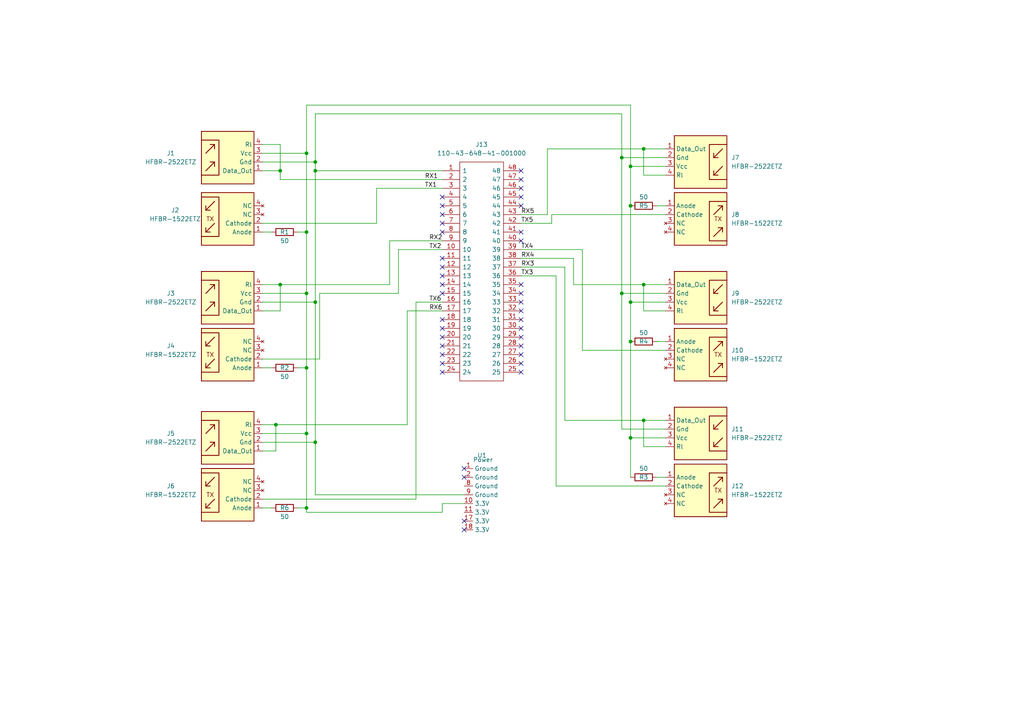
<source format=kicad_sch>
(kicad_sch (version 20211123) (generator eeschema)

  (uuid 7612c823-37d0-46a1-958e-81769f656fd6)

  (paper "A4")

  (title_block
    (title "Teensy4.1 to Fiber Optic Trans")
    (date "2022-12-26")
    (rev "Version 0.0")
    (company "Dennis Rossman")
  )

  (lib_symbols
    (symbol "110-43-648-41-001000:110-43-648-41-001000" (pin_names (offset 0.762)) (in_bom yes) (on_board yes)
      (property "Reference" "J" (id 0) (at 19.05 7.62 0)
        (effects (font (size 1.27 1.27)) (justify left))
      )
      (property "Value" "110-43-648-41-001000" (id 1) (at 19.05 5.08 0)
        (effects (font (size 1.27 1.27)) (justify left))
      )
      (property "Footprint" "DIPS1524W51P254L6096H419Q48N" (id 2) (at 19.05 2.54 0)
        (effects (font (size 1.27 1.27)) (justify left) hide)
      )
      (property "Datasheet" "https://altium.componentsearchengine.com/Datasheets/1/110-43-648-41-001000.pdf" (id 3) (at 19.05 0 0)
        (effects (font (size 1.27 1.27)) (justify left) hide)
      )
      (property "Description" "IC & Component Sockets 48P TIN PIN GLD CONT" (id 4) (at 19.05 -2.54 0)
        (effects (font (size 1.27 1.27)) (justify left) hide)
      )
      (property "Height" "4.191" (id 5) (at 19.05 -5.08 0)
        (effects (font (size 1.27 1.27)) (justify left) hide)
      )
      (property "Mouser Part Number" "575-11043648" (id 6) (at 19.05 -7.62 0)
        (effects (font (size 1.27 1.27)) (justify left) hide)
      )
      (property "Mouser Price/Stock" "https://www.mouser.co.uk/ProductDetail/Mill-Max/110-43-648-41-001000?qs=IGgAdOvCTsTp7yoi0ojerw%3D%3D" (id 7) (at 19.05 -10.16 0)
        (effects (font (size 1.27 1.27)) (justify left) hide)
      )
      (property "Manufacturer_Name" "Mill-Max" (id 8) (at 19.05 -12.7 0)
        (effects (font (size 1.27 1.27)) (justify left) hide)
      )
      (property "Manufacturer_Part_Number" "110-43-648-41-001000" (id 9) (at 19.05 -15.24 0)
        (effects (font (size 1.27 1.27)) (justify left) hide)
      )
      (property "ki_description" "IC & Component Sockets 48P TIN PIN GLD CONT" (id 10) (at 0 0 0)
        (effects (font (size 1.27 1.27)) hide)
      )
      (symbol "110-43-648-41-001000_0_0"
        (pin passive line (at 0 0 0) (length 5.08)
          (name "1" (effects (font (size 1.27 1.27))))
          (number "1" (effects (font (size 1.27 1.27))))
        )
        (pin passive line (at 0 -22.86 0) (length 5.08)
          (name "10" (effects (font (size 1.27 1.27))))
          (number "10" (effects (font (size 1.27 1.27))))
        )
        (pin passive line (at 0 -25.4 0) (length 5.08)
          (name "11" (effects (font (size 1.27 1.27))))
          (number "11" (effects (font (size 1.27 1.27))))
        )
        (pin passive line (at 0 -27.94 0) (length 5.08)
          (name "12" (effects (font (size 1.27 1.27))))
          (number "12" (effects (font (size 1.27 1.27))))
        )
        (pin passive line (at 0 -30.48 0) (length 5.08)
          (name "13" (effects (font (size 1.27 1.27))))
          (number "13" (effects (font (size 1.27 1.27))))
        )
        (pin passive line (at 0 -33.02 0) (length 5.08)
          (name "14" (effects (font (size 1.27 1.27))))
          (number "14" (effects (font (size 1.27 1.27))))
        )
        (pin passive line (at 0 -35.56 0) (length 5.08)
          (name "15" (effects (font (size 1.27 1.27))))
          (number "15" (effects (font (size 1.27 1.27))))
        )
        (pin passive line (at 0 -38.1 0) (length 5.08)
          (name "16" (effects (font (size 1.27 1.27))))
          (number "16" (effects (font (size 1.27 1.27))))
        )
        (pin passive line (at 0 -40.64 0) (length 5.08)
          (name "17" (effects (font (size 1.27 1.27))))
          (number "17" (effects (font (size 1.27 1.27))))
        )
        (pin passive line (at 0 -43.18 0) (length 5.08)
          (name "18" (effects (font (size 1.27 1.27))))
          (number "18" (effects (font (size 1.27 1.27))))
        )
        (pin passive line (at 0 -45.72 0) (length 5.08)
          (name "19" (effects (font (size 1.27 1.27))))
          (number "19" (effects (font (size 1.27 1.27))))
        )
        (pin passive line (at 0 -2.54 0) (length 5.08)
          (name "2" (effects (font (size 1.27 1.27))))
          (number "2" (effects (font (size 1.27 1.27))))
        )
        (pin passive line (at 0 -48.26 0) (length 5.08)
          (name "20" (effects (font (size 1.27 1.27))))
          (number "20" (effects (font (size 1.27 1.27))))
        )
        (pin passive line (at 0 -50.8 0) (length 5.08)
          (name "21" (effects (font (size 1.27 1.27))))
          (number "21" (effects (font (size 1.27 1.27))))
        )
        (pin passive line (at 0 -53.34 0) (length 5.08)
          (name "22" (effects (font (size 1.27 1.27))))
          (number "22" (effects (font (size 1.27 1.27))))
        )
        (pin passive line (at 0 -55.88 0) (length 5.08)
          (name "23" (effects (font (size 1.27 1.27))))
          (number "23" (effects (font (size 1.27 1.27))))
        )
        (pin passive line (at 0 -58.42 0) (length 5.08)
          (name "24" (effects (font (size 1.27 1.27))))
          (number "24" (effects (font (size 1.27 1.27))))
        )
        (pin passive line (at 22.86 -58.42 180) (length 5.08)
          (name "25" (effects (font (size 1.27 1.27))))
          (number "25" (effects (font (size 1.27 1.27))))
        )
        (pin passive line (at 22.86 -55.88 180) (length 5.08)
          (name "26" (effects (font (size 1.27 1.27))))
          (number "26" (effects (font (size 1.27 1.27))))
        )
        (pin passive line (at 22.86 -53.34 180) (length 5.08)
          (name "27" (effects (font (size 1.27 1.27))))
          (number "27" (effects (font (size 1.27 1.27))))
        )
        (pin passive line (at 22.86 -50.8 180) (length 5.08)
          (name "28" (effects (font (size 1.27 1.27))))
          (number "28" (effects (font (size 1.27 1.27))))
        )
        (pin passive line (at 22.86 -48.26 180) (length 5.08)
          (name "29" (effects (font (size 1.27 1.27))))
          (number "29" (effects (font (size 1.27 1.27))))
        )
        (pin passive line (at 0 -5.08 0) (length 5.08)
          (name "3" (effects (font (size 1.27 1.27))))
          (number "3" (effects (font (size 1.27 1.27))))
        )
        (pin passive line (at 22.86 -45.72 180) (length 5.08)
          (name "30" (effects (font (size 1.27 1.27))))
          (number "30" (effects (font (size 1.27 1.27))))
        )
        (pin passive line (at 22.86 -43.18 180) (length 5.08)
          (name "31" (effects (font (size 1.27 1.27))))
          (number "31" (effects (font (size 1.27 1.27))))
        )
        (pin passive line (at 22.86 -40.64 180) (length 5.08)
          (name "32" (effects (font (size 1.27 1.27))))
          (number "32" (effects (font (size 1.27 1.27))))
        )
        (pin passive line (at 22.86 -38.1 180) (length 5.08)
          (name "33" (effects (font (size 1.27 1.27))))
          (number "33" (effects (font (size 1.27 1.27))))
        )
        (pin passive line (at 22.86 -35.56 180) (length 5.08)
          (name "34" (effects (font (size 1.27 1.27))))
          (number "34" (effects (font (size 1.27 1.27))))
        )
        (pin passive line (at 22.86 -33.02 180) (length 5.08)
          (name "35" (effects (font (size 1.27 1.27))))
          (number "35" (effects (font (size 1.27 1.27))))
        )
        (pin passive line (at 22.86 -30.48 180) (length 5.08)
          (name "36" (effects (font (size 1.27 1.27))))
          (number "36" (effects (font (size 1.27 1.27))))
        )
        (pin passive line (at 22.86 -27.94 180) (length 5.08)
          (name "37" (effects (font (size 1.27 1.27))))
          (number "37" (effects (font (size 1.27 1.27))))
        )
        (pin passive line (at 22.86 -25.4 180) (length 5.08)
          (name "38" (effects (font (size 1.27 1.27))))
          (number "38" (effects (font (size 1.27 1.27))))
        )
        (pin passive line (at 22.86 -22.86 180) (length 5.08)
          (name "39" (effects (font (size 1.27 1.27))))
          (number "39" (effects (font (size 1.27 1.27))))
        )
        (pin passive line (at 0 -7.62 0) (length 5.08)
          (name "4" (effects (font (size 1.27 1.27))))
          (number "4" (effects (font (size 1.27 1.27))))
        )
        (pin passive line (at 22.86 -20.32 180) (length 5.08)
          (name "40" (effects (font (size 1.27 1.27))))
          (number "40" (effects (font (size 1.27 1.27))))
        )
        (pin passive line (at 22.86 -17.78 180) (length 5.08)
          (name "41" (effects (font (size 1.27 1.27))))
          (number "41" (effects (font (size 1.27 1.27))))
        )
        (pin passive line (at 22.86 -15.24 180) (length 5.08)
          (name "42" (effects (font (size 1.27 1.27))))
          (number "42" (effects (font (size 1.27 1.27))))
        )
        (pin passive line (at 22.86 -12.7 180) (length 5.08)
          (name "43" (effects (font (size 1.27 1.27))))
          (number "43" (effects (font (size 1.27 1.27))))
        )
        (pin passive line (at 22.86 -10.16 180) (length 5.08)
          (name "44" (effects (font (size 1.27 1.27))))
          (number "44" (effects (font (size 1.27 1.27))))
        )
        (pin passive line (at 22.86 -7.62 180) (length 5.08)
          (name "45" (effects (font (size 1.27 1.27))))
          (number "45" (effects (font (size 1.27 1.27))))
        )
        (pin passive line (at 22.86 -5.08 180) (length 5.08)
          (name "46" (effects (font (size 1.27 1.27))))
          (number "46" (effects (font (size 1.27 1.27))))
        )
        (pin passive line (at 22.86 -2.54 180) (length 5.08)
          (name "47" (effects (font (size 1.27 1.27))))
          (number "47" (effects (font (size 1.27 1.27))))
        )
        (pin passive line (at 22.86 0 180) (length 5.08)
          (name "48" (effects (font (size 1.27 1.27))))
          (number "48" (effects (font (size 1.27 1.27))))
        )
        (pin passive line (at 0 -10.16 0) (length 5.08)
          (name "5" (effects (font (size 1.27 1.27))))
          (number "5" (effects (font (size 1.27 1.27))))
        )
        (pin passive line (at 0 -12.7 0) (length 5.08)
          (name "6" (effects (font (size 1.27 1.27))))
          (number "6" (effects (font (size 1.27 1.27))))
        )
        (pin passive line (at 0 -15.24 0) (length 5.08)
          (name "7" (effects (font (size 1.27 1.27))))
          (number "7" (effects (font (size 1.27 1.27))))
        )
        (pin passive line (at 0 -17.78 0) (length 5.08)
          (name "8" (effects (font (size 1.27 1.27))))
          (number "8" (effects (font (size 1.27 1.27))))
        )
        (pin passive line (at 0 -20.32 0) (length 5.08)
          (name "9" (effects (font (size 1.27 1.27))))
          (number "9" (effects (font (size 1.27 1.27))))
        )
      )
      (symbol "110-43-648-41-001000_0_1"
        (polyline
          (pts
            (xy 5.08 2.54)
            (xy 17.78 2.54)
            (xy 17.78 -60.96)
            (xy 5.08 -60.96)
            (xy 5.08 2.54)
          )
          (stroke (width 0.1524) (type default) (color 0 0 0 0))
          (fill (type none))
        )
      )
    )
    (symbol "Device:R" (pin_numbers hide) (pin_names (offset 0)) (in_bom yes) (on_board yes)
      (property "Reference" "R" (id 0) (at 2.032 0 90)
        (effects (font (size 1.27 1.27)))
      )
      (property "Value" "R" (id 1) (at 0 0 90)
        (effects (font (size 1.27 1.27)))
      )
      (property "Footprint" "" (id 2) (at -1.778 0 90)
        (effects (font (size 1.27 1.27)) hide)
      )
      (property "Datasheet" "~" (id 3) (at 0 0 0)
        (effects (font (size 1.27 1.27)) hide)
      )
      (property "ki_keywords" "R res resistor" (id 4) (at 0 0 0)
        (effects (font (size 1.27 1.27)) hide)
      )
      (property "ki_description" "Resistor" (id 5) (at 0 0 0)
        (effects (font (size 1.27 1.27)) hide)
      )
      (property "ki_fp_filters" "R_*" (id 6) (at 0 0 0)
        (effects (font (size 1.27 1.27)) hide)
      )
      (symbol "R_0_1"
        (rectangle (start -1.016 -2.54) (end 1.016 2.54)
          (stroke (width 0.254) (type default) (color 0 0 0 0))
          (fill (type none))
        )
      )
      (symbol "R_1_1"
        (pin passive line (at 0 3.81 270) (length 1.27)
          (name "~" (effects (font (size 1.27 1.27))))
          (number "1" (effects (font (size 1.27 1.27))))
        )
        (pin passive line (at 0 -3.81 90) (length 1.27)
          (name "~" (effects (font (size 1.27 1.27))))
          (number "2" (effects (font (size 1.27 1.27))))
        )
      )
    )
    (symbol "Fiber_Optic_Project:HFBR-1522ETZ" (in_bom yes) (on_board yes)
      (property "Reference" "J" (id 0) (at -7.62 8.89 0)
        (effects (font (size 1.27 1.27)) (justify left))
      )
      (property "Value" "HFBR-1522ETZ" (id 1) (at 1.27 8.89 0)
        (effects (font (size 1.27 1.27)) (justify left))
      )
      (property "Footprint" "OptoDevice:Broadcom_AFBR-16xxZ_Horizontal" (id 2) (at 0 -15.24 0)
        (effects (font (size 1.27 1.27)) hide)
      )
      (property "Datasheet" "https://docs.broadcom.com/docs/AV02-3283EN" (id 3) (at 0 -1.27 0)
        (effects (font (size 1.27 1.27)) hide)
      )
      (property "ki_keywords" "Fiber optic transmitter" (id 4) (at 0 0 0)
        (effects (font (size 1.27 1.27)) hide)
      )
      (property "ki_description" "Versatile Link Fiber Optic Transmitter" (id 5) (at 0 0 0)
        (effects (font (size 1.27 1.27)) hide)
      )
      (property "ki_fp_filters" "Broadcom*AFBR*16xxZ*" (id 6) (at 0 0 0)
        (effects (font (size 1.27 1.27)) hide)
      )
      (symbol "HFBR-1522ETZ_0_0"
        (text "TX" (at 5.08 0 0)
          (effects (font (size 1.27 1.27)))
        )
      )
      (symbol "HFBR-1522ETZ_0_1"
        (rectangle (start -7.62 7.62) (end 7.62 -7.62)
          (stroke (width 0.254) (type default) (color 0 0 0 0))
          (fill (type background))
        )
        (polyline
          (pts
            (xy 6.35 -2.54)
            (xy 3.81 -5.08)
          )
          (stroke (width 0.254) (type default) (color 0 0 0 0))
          (fill (type none))
        )
        (polyline
          (pts
            (xy 6.35 -2.54)
            (xy 5.08 -2.54)
          )
          (stroke (width 0.254) (type default) (color 0 0 0 0))
          (fill (type none))
        )
        (polyline
          (pts
            (xy 6.35 -2.54)
            (xy 6.35 -3.81)
          )
          (stroke (width 0.254) (type default) (color 0 0 0 0))
          (fill (type none))
        )
        (polyline
          (pts
            (xy 6.35 3.81)
            (xy 3.81 1.27)
          )
          (stroke (width 0.254) (type default) (color 0 0 0 0))
          (fill (type none))
        )
        (polyline
          (pts
            (xy 6.35 3.81)
            (xy 5.08 3.81)
          )
          (stroke (width 0.254) (type default) (color 0 0 0 0))
          (fill (type none))
        )
        (polyline
          (pts
            (xy 6.35 3.81)
            (xy 6.35 2.54)
          )
          (stroke (width 0.254) (type default) (color 0 0 0 0))
          (fill (type none))
        )
        (polyline
          (pts
            (xy 7.62 5.08)
            (xy 2.54 5.08)
            (xy 2.54 -1.27)
            (xy 2.54 -6.35)
            (xy 7.62 -6.35)
          )
          (stroke (width 0.254) (type default) (color 0 0 0 0))
          (fill (type none))
        )
      )
      (symbol "HFBR-1522ETZ_1_1"
        (pin input line (at -10.16 3.81 0) (length 2.54)
          (name "Anode" (effects (font (size 1.27 1.27))))
          (number "1" (effects (font (size 1.27 1.27))))
        )
        (pin input line (at -10.16 1.27 0) (length 2.54)
          (name "Cathode" (effects (font (size 1.27 1.27))))
          (number "2" (effects (font (size 1.27 1.27))))
        )
        (pin no_connect line (at -10.16 -1.27 0) (length 2.54)
          (name "NC" (effects (font (size 1.27 1.27))))
          (number "3" (effects (font (size 1.27 1.27))))
        )
        (pin no_connect line (at -10.16 -3.81 0) (length 2.54)
          (name "NC" (effects (font (size 1.27 1.27))))
          (number "4" (effects (font (size 1.27 1.27))))
        )
      )
    )
    (symbol "Fiber_Optic_Project:HFBR-2522ETZ" (in_bom yes) (on_board yes)
      (property "Reference" "J" (id 0) (at -6.35 8.89 0)
        (effects (font (size 1.27 1.27)))
      )
      (property "Value" "HFBR-2522ETZ" (id 1) (at 1.27 8.89 0)
        (effects (font (size 1.27 1.27)) (justify left))
      )
      (property "Footprint" "OptoDevice:Broadcom_AFBR-16xxZ_Horizontal" (id 2) (at -2.54 -12.7 0)
        (effects (font (size 1.27 1.27)) hide)
      )
      (property "Datasheet" "https://docs.broadcom.com/doc/AV02-3283EN" (id 3) (at -1.27 -22.86 0)
        (effects (font (size 1.27 1.27)) hide)
      )
      (property "ki_keywords" "fiber optic receiver" (id 4) (at 0 0 0)
        (effects (font (size 1.27 1.27)) hide)
      )
      (property "ki_description" "Versatile Link Fiber Optic Receiver" (id 5) (at 0 0 0)
        (effects (font (size 1.27 1.27)) hide)
      )
      (property "ki_fp_filters" "Broadcom*AFBR*16xxZ*" (id 6) (at 0 0 0)
        (effects (font (size 1.27 1.27)) hide)
      )
      (symbol "HFBR-2522ETZ_0_1"
        (rectangle (start -7.62 7.62) (end 7.62 -7.62)
          (stroke (width 0.254) (type default) (color 0 0 0 0))
          (fill (type background))
        )
        (polyline
          (pts
            (xy -3.81 -1.27)
            (xy -6.35 -3.81)
          )
          (stroke (width 0.254) (type default) (color 0 0 0 0))
          (fill (type none))
        )
        (polyline
          (pts
            (xy -3.81 -1.27)
            (xy -5.08 -1.27)
          )
          (stroke (width 0.254) (type default) (color 0 0 0 0))
          (fill (type none))
        )
        (polyline
          (pts
            (xy -3.81 -1.27)
            (xy -3.81 -2.54)
          )
          (stroke (width 0.254) (type default) (color 0 0 0 0))
          (fill (type none))
        )
        (polyline
          (pts
            (xy -3.81 3.81)
            (xy -6.35 1.27)
          )
          (stroke (width 0.254) (type default) (color 0 0 0 0))
          (fill (type none))
        )
        (polyline
          (pts
            (xy -3.81 3.81)
            (xy -5.08 3.81)
          )
          (stroke (width 0.254) (type default) (color 0 0 0 0))
          (fill (type none))
        )
        (polyline
          (pts
            (xy -3.81 3.81)
            (xy -3.81 2.54)
          )
          (stroke (width 0.254) (type default) (color 0 0 0 0))
          (fill (type none))
        )
        (polyline
          (pts
            (xy -7.62 5.08)
            (xy -2.54 5.08)
            (xy -2.54 -5.08)
            (xy -7.62 -5.08)
          )
          (stroke (width 0.254) (type default) (color 0 0 0 0))
          (fill (type none))
        )
      )
      (symbol "HFBR-2522ETZ_1_1"
        (pin output line (at 10.16 -3.81 180) (length 2.54)
          (name "Data_Out" (effects (font (size 1.27 1.27))))
          (number "1" (effects (font (size 1.27 1.27))))
        )
        (pin input line (at 10.16 -1.27 180) (length 2.54)
          (name "Gnd" (effects (font (size 1.27 1.27))))
          (number "2" (effects (font (size 1.27 1.27))))
        )
        (pin power_in line (at 10.16 1.27 180) (length 2.54)
          (name "Vcc" (effects (font (size 1.27 1.27))))
          (number "3" (effects (font (size 1.27 1.27))))
        )
        (pin input line (at 10.16 3.81 180) (length 2.54)
          (name "Rl" (effects (font (size 1.27 1.27))))
          (number "4" (effects (font (size 1.27 1.27))))
        )
      )
    )
    (symbol "Misc:Power" (in_bom yes) (on_board yes)
      (property "Reference" "U" (id 0) (at 0 0 0)
        (effects (font (size 1.27 1.27)))
      )
      (property "Value" "Power" (id 1) (at 0 -1.27 0)
        (effects (font (size 1.27 1.27)))
      )
      (property "Footprint" "Misc:PowerPal" (id 2) (at 0 -24.13 0)
        (effects (font (size 1.27 1.27)) hide)
      )
      (property "Datasheet" "" (id 3) (at 0 0 0)
        (effects (font (size 1.27 1.27)) hide)
      )
      (symbol "Power_1_1"
        (pin power_out line (at 0 -3.81 0) (length 2.54)
          (name "Ground" (effects (font (size 1.27 1.27))))
          (number "1" (effects (font (size 1.27 1.27))))
        )
        (pin power_out line (at 0 -13.97 0) (length 2.54)
          (name "3.3V" (effects (font (size 1.27 1.27))))
          (number "10" (effects (font (size 1.27 1.27))))
        )
        (pin power_out line (at 0 -16.51 0) (length 2.54)
          (name "3.3V" (effects (font (size 1.27 1.27))))
          (number "11" (effects (font (size 1.27 1.27))))
        )
        (pin power_out line (at 0 -19.05 0) (length 2.54)
          (name "3.3V" (effects (font (size 1.27 1.27))))
          (number "17" (effects (font (size 1.27 1.27))))
        )
        (pin power_out line (at 0 -21.59 0) (length 2.54)
          (name "3.3V" (effects (font (size 1.27 1.27))))
          (number "18" (effects (font (size 1.27 1.27))))
        )
        (pin power_out line (at 0 -6.35 0) (length 2.54)
          (name "Ground" (effects (font (size 1.27 1.27))))
          (number "2" (effects (font (size 1.27 1.27))))
        )
        (pin power_out line (at 0 -8.89 0) (length 2.54)
          (name "Ground" (effects (font (size 1.27 1.27))))
          (number "8" (effects (font (size 1.27 1.27))))
        )
        (pin power_out line (at 0 -11.43 0) (length 2.54)
          (name "Ground" (effects (font (size 1.27 1.27))))
          (number "9" (effects (font (size 1.27 1.27))))
        )
      )
    )
  )

  (junction (at 88.9 106.68) (diameter 0) (color 0 0 0 0)
    (uuid 03ea676d-e780-4357-8b6d-39dcf5046bbd)
  )
  (junction (at 88.9 147.32) (diameter 0) (color 0 0 0 0)
    (uuid 08717732-be25-459b-9173-c3ccd4495196)
  )
  (junction (at 88.9 67.31) (diameter 0) (color 0 0 0 0)
    (uuid 1df696a3-55b9-4a6e-913b-db009f8ef018)
  )
  (junction (at 91.44 87.63) (diameter 0) (color 0 0 0 0)
    (uuid 201f2744-bc45-4f2e-b69a-da25868bd10b)
  )
  (junction (at 88.9 125.73) (diameter 0) (color 0 0 0 0)
    (uuid 20bd9b61-3464-4e5d-a64c-a847033c7f50)
  )
  (junction (at 182.88 127) (diameter 0) (color 0 0 0 0)
    (uuid 325d776a-6b2f-4713-9f3f-06dc6b4d378c)
  )
  (junction (at 91.44 128.27) (diameter 0) (color 0 0 0 0)
    (uuid 364e7c43-3153-4d78-82eb-1334d18d451c)
  )
  (junction (at 186.69 43.18) (diameter 0) (color 0 0 0 0)
    (uuid 402a90bd-cf30-46a3-8342-db135b04bb76)
  )
  (junction (at 186.69 121.92) (diameter 0) (color 0 0 0 0)
    (uuid 46581195-52a7-4099-8b82-ce73c420c898)
  )
  (junction (at 180.34 85.09) (diameter 0) (color 0 0 0 0)
    (uuid 49415051-43c8-4108-afd7-9046cc361de9)
  )
  (junction (at 81.28 82.55) (diameter 0) (color 0 0 0 0)
    (uuid 53c4bff8-8009-4347-8d3f-32cd4b6f44f7)
  )
  (junction (at 91.44 49.53) (diameter 0) (color 0 0 0 0)
    (uuid 54816380-05cd-4772-b13e-93fb9be4606d)
  )
  (junction (at 88.9 44.45) (diameter 0) (color 0 0 0 0)
    (uuid 57aa44c2-5e2e-4fc2-95d3-f7b8e1097a07)
  )
  (junction (at 182.88 48.26) (diameter 0) (color 0 0 0 0)
    (uuid 6002c840-563a-4e52-95e5-3c795fae69f6)
  )
  (junction (at 182.88 99.06) (diameter 0) (color 0 0 0 0)
    (uuid 8bcb605e-2a65-423f-8459-65ea9f248a2b)
  )
  (junction (at 91.44 46.99) (diameter 0) (color 0 0 0 0)
    (uuid 8f0272aa-b31f-47dd-896a-2b1c80c7e846)
  )
  (junction (at 180.34 45.72) (diameter 0) (color 0 0 0 0)
    (uuid 95c1ead8-0067-4727-8a38-c5315c28eed1)
  )
  (junction (at 88.9 85.09) (diameter 0) (color 0 0 0 0)
    (uuid 9794fa94-60fc-4804-82c9-72a9bb7862f3)
  )
  (junction (at 81.28 49.53) (diameter 0) (color 0 0 0 0)
    (uuid 9867fca9-5b58-41cc-933a-3d7b0f70d2cb)
  )
  (junction (at 182.88 87.63) (diameter 0) (color 0 0 0 0)
    (uuid a3d1f373-c415-4e32-8e33-0905ba0cdfc7)
  )
  (junction (at 186.69 82.55) (diameter 0) (color 0 0 0 0)
    (uuid a6544d69-713b-4a92-a599-52f85344fc03)
  )
  (junction (at 182.88 59.69) (diameter 0) (color 0 0 0 0)
    (uuid c11eef80-272b-47ad-bca2-0068e3ef1412)
  )
  (junction (at 80.01 123.19) (diameter 0) (color 0 0 0 0)
    (uuid f849804f-576d-40ae-bd86-cc5021850b58)
  )

  (no_connect (at 151.13 52.07) (uuid 10e8518a-ab8a-48eb-9b25-8bfd9c445ef6))
  (no_connect (at 151.13 82.55) (uuid 10e8518a-ab8a-48eb-9b25-8bfd9c445ef6))
  (no_connect (at 134.62 135.89) (uuid 21699a71-9332-47bc-95e2-4dc941d8b948))
  (no_connect (at 134.62 151.13) (uuid 21699a71-9332-47bc-95e2-4dc941d8b94a))
  (no_connect (at 134.62 138.43) (uuid 3f04ac60-b549-45cb-a8fa-55d8e2f259a4))
  (no_connect (at 151.13 49.53) (uuid 5d825832-2830-4417-9369-235c6250a3c0))
  (no_connect (at 128.27 67.31) (uuid 5d825832-2830-4417-9369-235c6250a3c1))
  (no_connect (at 128.27 64.77) (uuid 5d825832-2830-4417-9369-235c6250a3c2))
  (no_connect (at 128.27 62.23) (uuid 5d825832-2830-4417-9369-235c6250a3c3))
  (no_connect (at 128.27 59.69) (uuid 5d825832-2830-4417-9369-235c6250a3c4))
  (no_connect (at 128.27 57.15) (uuid 5d825832-2830-4417-9369-235c6250a3c5))
  (no_connect (at 128.27 92.71) (uuid 5d825832-2830-4417-9369-235c6250a3c6))
  (no_connect (at 128.27 95.25) (uuid 5d825832-2830-4417-9369-235c6250a3c7))
  (no_connect (at 128.27 97.79) (uuid 5d825832-2830-4417-9369-235c6250a3c8))
  (no_connect (at 128.27 100.33) (uuid 5d825832-2830-4417-9369-235c6250a3c9))
  (no_connect (at 128.27 102.87) (uuid 5d825832-2830-4417-9369-235c6250a3ca))
  (no_connect (at 128.27 105.41) (uuid 5d825832-2830-4417-9369-235c6250a3cb))
  (no_connect (at 128.27 107.95) (uuid 5d825832-2830-4417-9369-235c6250a3cc))
  (no_connect (at 151.13 107.95) (uuid 5d825832-2830-4417-9369-235c6250a3cd))
  (no_connect (at 151.13 105.41) (uuid 5d825832-2830-4417-9369-235c6250a3ce))
  (no_connect (at 151.13 102.87) (uuid 5d825832-2830-4417-9369-235c6250a3cf))
  (no_connect (at 151.13 100.33) (uuid 5d825832-2830-4417-9369-235c6250a3d0))
  (no_connect (at 151.13 97.79) (uuid 5d825832-2830-4417-9369-235c6250a3d1))
  (no_connect (at 151.13 95.25) (uuid 5d825832-2830-4417-9369-235c6250a3d2))
  (no_connect (at 151.13 92.71) (uuid 5d825832-2830-4417-9369-235c6250a3d3))
  (no_connect (at 151.13 90.17) (uuid 5d825832-2830-4417-9369-235c6250a3d4))
  (no_connect (at 151.13 87.63) (uuid 5d825832-2830-4417-9369-235c6250a3d5))
  (no_connect (at 151.13 85.09) (uuid 5d825832-2830-4417-9369-235c6250a3d6))
  (no_connect (at 151.13 69.85) (uuid 5d825832-2830-4417-9369-235c6250a3d7))
  (no_connect (at 151.13 54.61) (uuid 5d825832-2830-4417-9369-235c6250a3d8))
  (no_connect (at 151.13 57.15) (uuid 5d825832-2830-4417-9369-235c6250a3d9))
  (no_connect (at 151.13 59.69) (uuid 5d825832-2830-4417-9369-235c6250a3da))
  (no_connect (at 151.13 67.31) (uuid 5d825832-2830-4417-9369-235c6250a3db))
  (no_connect (at 128.27 74.93) (uuid 5d825832-2830-4417-9369-235c6250a3dc))
  (no_connect (at 128.27 77.47) (uuid 5d825832-2830-4417-9369-235c6250a3dd))
  (no_connect (at 128.27 80.01) (uuid 5d825832-2830-4417-9369-235c6250a3de))
  (no_connect (at 128.27 82.55) (uuid 5d825832-2830-4417-9369-235c6250a3df))
  (no_connect (at 128.27 85.09) (uuid 5d825832-2830-4417-9369-235c6250a3e0))
  (no_connect (at 134.62 153.67) (uuid b81a4a58-71fa-44c6-85ec-20a2f8c4c07f))

  (wire (pts (xy 76.2 104.14) (xy 92.71 104.14))
    (stroke (width 0) (type default) (color 0 0 0 0))
    (uuid 010e21e0-66be-4b80-8a3f-657206fa8cf2)
  )
  (wire (pts (xy 182.88 48.26) (xy 182.88 59.69))
    (stroke (width 0) (type default) (color 0 0 0 0))
    (uuid 05d14b7c-101a-4124-83e2-16958023ddaa)
  )
  (wire (pts (xy 128.27 90.17) (xy 118.11 90.17))
    (stroke (width 0) (type default) (color 0 0 0 0))
    (uuid 0609c78c-c71b-4e18-97bf-04b7640cc3da)
  )
  (wire (pts (xy 151.13 74.93) (xy 166.37 74.93))
    (stroke (width 0) (type default) (color 0 0 0 0))
    (uuid 08ce5a86-a88e-4928-9c14-d211a7b6632a)
  )
  (wire (pts (xy 163.83 77.47) (xy 163.83 121.92))
    (stroke (width 0) (type default) (color 0 0 0 0))
    (uuid 0a949119-1782-4b4f-ac41-0b02ced16297)
  )
  (wire (pts (xy 81.28 82.55) (xy 81.28 90.17))
    (stroke (width 0) (type default) (color 0 0 0 0))
    (uuid 0b8a7e3c-66dc-47e5-afda-86ecbb86127f)
  )
  (wire (pts (xy 91.44 128.27) (xy 91.44 143.51))
    (stroke (width 0) (type default) (color 0 0 0 0))
    (uuid 0e314b2e-ffbb-4f65-bc4c-bb2d86a5f63b)
  )
  (wire (pts (xy 88.9 30.48) (xy 182.88 30.48))
    (stroke (width 0) (type default) (color 0 0 0 0))
    (uuid 1219089e-1750-4320-8a74-a659b703ffc7)
  )
  (wire (pts (xy 76.2 144.78) (xy 120.65 144.78))
    (stroke (width 0) (type default) (color 0 0 0 0))
    (uuid 12abe2a0-497b-4599-a6df-aee82169478f)
  )
  (wire (pts (xy 91.44 87.63) (xy 76.2 87.63))
    (stroke (width 0) (type default) (color 0 0 0 0))
    (uuid 16ab79e7-e912-4b14-8468-7909162692d4)
  )
  (wire (pts (xy 91.44 49.53) (xy 128.27 49.53))
    (stroke (width 0) (type default) (color 0 0 0 0))
    (uuid 180832b2-976e-4416-a1d0-3fff7ad858c7)
  )
  (wire (pts (xy 91.44 87.63) (xy 91.44 128.27))
    (stroke (width 0) (type default) (color 0 0 0 0))
    (uuid 1a6b5efb-109b-4fba-81ba-5a488729c0eb)
  )
  (wire (pts (xy 166.37 82.55) (xy 186.69 82.55))
    (stroke (width 0) (type default) (color 0 0 0 0))
    (uuid 1b122331-930f-4cc1-b70e-331dc3eb89f9)
  )
  (wire (pts (xy 193.04 62.23) (xy 160.02 62.23))
    (stroke (width 0) (type default) (color 0 0 0 0))
    (uuid 1d25452a-9ed6-4423-9152-ff021d0faa0f)
  )
  (wire (pts (xy 76.2 130.81) (xy 80.01 130.81))
    (stroke (width 0) (type default) (color 0 0 0 0))
    (uuid 1d3967e0-30de-4a8e-a120-614c127dcbbb)
  )
  (wire (pts (xy 88.9 106.68) (xy 88.9 125.73))
    (stroke (width 0) (type default) (color 0 0 0 0))
    (uuid 1faab633-3fe8-4825-ad91-97cafec2fb8f)
  )
  (wire (pts (xy 186.69 43.18) (xy 186.69 50.8))
    (stroke (width 0) (type default) (color 0 0 0 0))
    (uuid 2287afc8-cd99-402d-95df-5e8a957e78d2)
  )
  (wire (pts (xy 168.91 72.39) (xy 151.13 72.39))
    (stroke (width 0) (type default) (color 0 0 0 0))
    (uuid 2334269f-9e7e-4896-b45d-67580a8cb626)
  )
  (wire (pts (xy 161.29 140.97) (xy 161.29 80.01))
    (stroke (width 0) (type default) (color 0 0 0 0))
    (uuid 28861912-aad4-45d6-83de-0d47717d1a7d)
  )
  (wire (pts (xy 193.04 82.55) (xy 186.69 82.55))
    (stroke (width 0) (type default) (color 0 0 0 0))
    (uuid 289bdaf9-7157-4d0b-bce0-2d1ee73aaaf1)
  )
  (wire (pts (xy 151.13 77.47) (xy 163.83 77.47))
    (stroke (width 0) (type default) (color 0 0 0 0))
    (uuid 2a050175-e069-4420-a1a9-893c20af7b35)
  )
  (wire (pts (xy 158.75 62.23) (xy 158.75 43.18))
    (stroke (width 0) (type default) (color 0 0 0 0))
    (uuid 2b5fa194-2450-47a2-9a88-58eac79d6ea5)
  )
  (wire (pts (xy 128.27 146.05) (xy 134.62 146.05))
    (stroke (width 0) (type default) (color 0 0 0 0))
    (uuid 3893cdf4-6714-4509-81e7-3a13363c4fae)
  )
  (wire (pts (xy 91.44 46.99) (xy 91.44 33.02))
    (stroke (width 0) (type default) (color 0 0 0 0))
    (uuid 3ad3e716-2cbb-4e5d-b81a-2c5f37ef3cb9)
  )
  (wire (pts (xy 88.9 44.45) (xy 88.9 67.31))
    (stroke (width 0) (type default) (color 0 0 0 0))
    (uuid 3b51b0fa-57f7-40e9-9f2f-18afa41aac63)
  )
  (wire (pts (xy 76.2 82.55) (xy 81.28 82.55))
    (stroke (width 0) (type default) (color 0 0 0 0))
    (uuid 3d715f1b-16e2-48f3-af8f-f11ebf23f460)
  )
  (wire (pts (xy 182.88 30.48) (xy 182.88 48.26))
    (stroke (width 0) (type default) (color 0 0 0 0))
    (uuid 3e08635c-005c-4dc2-9fb6-c63c0ea4e54c)
  )
  (wire (pts (xy 193.04 121.92) (xy 186.69 121.92))
    (stroke (width 0) (type default) (color 0 0 0 0))
    (uuid 417723de-214b-46b7-b30c-73b4e4d0ef6e)
  )
  (wire (pts (xy 115.57 85.09) (xy 115.57 72.39))
    (stroke (width 0) (type default) (color 0 0 0 0))
    (uuid 41eaaa0e-fbf8-4619-b71e-1718353f7b41)
  )
  (wire (pts (xy 193.04 48.26) (xy 182.88 48.26))
    (stroke (width 0) (type default) (color 0 0 0 0))
    (uuid 441fdb95-5ab4-4312-94df-d682fea88bbd)
  )
  (wire (pts (xy 193.04 140.97) (xy 161.29 140.97))
    (stroke (width 0) (type default) (color 0 0 0 0))
    (uuid 461c0cac-1764-4bd7-9622-01d8963da785)
  )
  (wire (pts (xy 186.69 121.92) (xy 186.69 129.54))
    (stroke (width 0) (type default) (color 0 0 0 0))
    (uuid 487e7da1-52e3-4d86-b65e-64fdfecde1cc)
  )
  (wire (pts (xy 186.69 129.54) (xy 193.04 129.54))
    (stroke (width 0) (type default) (color 0 0 0 0))
    (uuid 49379e98-1665-45be-9684-60cf5608537d)
  )
  (wire (pts (xy 76.2 106.68) (xy 78.74 106.68))
    (stroke (width 0) (type default) (color 0 0 0 0))
    (uuid 4c05605d-dbbd-497a-bdbf-12d8f9c3a249)
  )
  (wire (pts (xy 76.2 90.17) (xy 81.28 90.17))
    (stroke (width 0) (type default) (color 0 0 0 0))
    (uuid 4d0c1dda-2548-4a8a-a856-43eaf68e1779)
  )
  (wire (pts (xy 91.44 128.27) (xy 76.2 128.27))
    (stroke (width 0) (type default) (color 0 0 0 0))
    (uuid 51ad91a0-1c70-4470-a081-99fe5896f22a)
  )
  (wire (pts (xy 120.65 144.78) (xy 120.65 87.63))
    (stroke (width 0) (type default) (color 0 0 0 0))
    (uuid 5371fe5a-ffa6-4ecd-acd2-cc7924405359)
  )
  (wire (pts (xy 115.57 72.39) (xy 128.27 72.39))
    (stroke (width 0) (type default) (color 0 0 0 0))
    (uuid 54d159de-f3c0-4c9e-9027-f090c10b2901)
  )
  (wire (pts (xy 113.03 69.85) (xy 113.03 82.55))
    (stroke (width 0) (type default) (color 0 0 0 0))
    (uuid 5cb341e7-4594-439e-a403-03355f0b4590)
  )
  (wire (pts (xy 80.01 123.19) (xy 80.01 130.81))
    (stroke (width 0) (type default) (color 0 0 0 0))
    (uuid 5dd9aa73-7881-48b7-bad6-91065957c60b)
  )
  (wire (pts (xy 180.34 85.09) (xy 193.04 85.09))
    (stroke (width 0) (type default) (color 0 0 0 0))
    (uuid 61b3a56d-bae0-4870-8b57-0d23951cf38b)
  )
  (wire (pts (xy 76.2 64.77) (xy 109.22 64.77))
    (stroke (width 0) (type default) (color 0 0 0 0))
    (uuid 6320573f-9eb0-45bf-8651-ba9c27b6d199)
  )
  (wire (pts (xy 160.02 62.23) (xy 160.02 64.77))
    (stroke (width 0) (type default) (color 0 0 0 0))
    (uuid 6475718d-b957-4f31-9eaa-5ad1808b3d01)
  )
  (wire (pts (xy 161.29 80.01) (xy 151.13 80.01))
    (stroke (width 0) (type default) (color 0 0 0 0))
    (uuid 659603c9-723f-4cb6-9891-6d5b212f7659)
  )
  (wire (pts (xy 81.28 49.53) (xy 76.2 49.53))
    (stroke (width 0) (type default) (color 0 0 0 0))
    (uuid 65a69c1c-876d-404d-b430-d4cc0d34d4f0)
  )
  (wire (pts (xy 193.04 45.72) (xy 180.34 45.72))
    (stroke (width 0) (type default) (color 0 0 0 0))
    (uuid 6664159c-283b-4efa-8344-56af2fc263bf)
  )
  (wire (pts (xy 109.22 54.61) (xy 128.27 54.61))
    (stroke (width 0) (type default) (color 0 0 0 0))
    (uuid 69c65d0d-0a83-4871-a7ff-4fa930e16a3e)
  )
  (wire (pts (xy 180.34 124.46) (xy 193.04 124.46))
    (stroke (width 0) (type default) (color 0 0 0 0))
    (uuid 69f77144-a956-4446-8f5b-8d6617e02eee)
  )
  (wire (pts (xy 151.13 62.23) (xy 158.75 62.23))
    (stroke (width 0) (type default) (color 0 0 0 0))
    (uuid 6b30ce18-2cb0-4eb0-966a-0810e30d8abb)
  )
  (wire (pts (xy 190.5 99.06) (xy 193.04 99.06))
    (stroke (width 0) (type default) (color 0 0 0 0))
    (uuid 6cc4e0db-4bd0-4ce3-af9f-edc6f0af1887)
  )
  (wire (pts (xy 86.36 106.68) (xy 88.9 106.68))
    (stroke (width 0) (type default) (color 0 0 0 0))
    (uuid 6e309f8f-2eb6-421d-b877-9eb169695052)
  )
  (wire (pts (xy 182.88 127) (xy 182.88 138.43))
    (stroke (width 0) (type default) (color 0 0 0 0))
    (uuid 72cb8a8c-ef07-4f45-98aa-d7005919b104)
  )
  (wire (pts (xy 76.2 147.32) (xy 78.74 147.32))
    (stroke (width 0) (type default) (color 0 0 0 0))
    (uuid 7440609b-51f7-449e-bf62-c46f4152beec)
  )
  (wire (pts (xy 180.34 85.09) (xy 180.34 124.46))
    (stroke (width 0) (type default) (color 0 0 0 0))
    (uuid 753393ca-b6da-4baf-a365-03056c7a5acb)
  )
  (wire (pts (xy 190.5 138.43) (xy 193.04 138.43))
    (stroke (width 0) (type default) (color 0 0 0 0))
    (uuid 7677eaae-638f-4ed1-8274-d2d2e9eb8c5a)
  )
  (wire (pts (xy 193.04 101.6) (xy 168.91 101.6))
    (stroke (width 0) (type default) (color 0 0 0 0))
    (uuid 7a3a16e6-d0f4-4da6-b3bf-b4852539b1db)
  )
  (wire (pts (xy 163.83 121.92) (xy 186.69 121.92))
    (stroke (width 0) (type default) (color 0 0 0 0))
    (uuid 7ab817e5-46ba-4cb7-ad27-7970a6fb9ea7)
  )
  (wire (pts (xy 76.2 67.31) (xy 78.74 67.31))
    (stroke (width 0) (type default) (color 0 0 0 0))
    (uuid 7aff892d-426a-42cf-88c7-28f7743a7a25)
  )
  (wire (pts (xy 182.88 59.69) (xy 182.88 87.63))
    (stroke (width 0) (type default) (color 0 0 0 0))
    (uuid 7cabf0e0-c61a-46db-9edd-675fae068a78)
  )
  (wire (pts (xy 92.71 85.09) (xy 115.57 85.09))
    (stroke (width 0) (type default) (color 0 0 0 0))
    (uuid 7e6f377b-8693-4012-a0a5-ae445098bf38)
  )
  (wire (pts (xy 88.9 147.32) (xy 88.9 148.59))
    (stroke (width 0) (type default) (color 0 0 0 0))
    (uuid 7f21dfda-3d3e-4e1c-a204-b2c99a8cec55)
  )
  (wire (pts (xy 88.9 147.32) (xy 86.36 147.32))
    (stroke (width 0) (type default) (color 0 0 0 0))
    (uuid 800366c1-bbf7-4476-a18f-8b27f0865852)
  )
  (wire (pts (xy 182.88 87.63) (xy 193.04 87.63))
    (stroke (width 0) (type default) (color 0 0 0 0))
    (uuid 8cbc7d6b-d0c3-4cd3-b435-97181953d4d2)
  )
  (wire (pts (xy 76.2 123.19) (xy 80.01 123.19))
    (stroke (width 0) (type default) (color 0 0 0 0))
    (uuid 90ab5bc8-ea72-45d3-9066-eb1546415fa2)
  )
  (wire (pts (xy 81.28 49.53) (xy 81.28 52.07))
    (stroke (width 0) (type default) (color 0 0 0 0))
    (uuid 9442b02b-bfee-4190-b3ed-e9ec66359f0e)
  )
  (wire (pts (xy 113.03 82.55) (xy 81.28 82.55))
    (stroke (width 0) (type default) (color 0 0 0 0))
    (uuid 95fc710b-2da7-4d0c-a149-a0faf01d5058)
  )
  (wire (pts (xy 88.9 148.59) (xy 128.27 148.59))
    (stroke (width 0) (type default) (color 0 0 0 0))
    (uuid 9beb3f2d-7005-4e62-ac5f-b737c3b3672e)
  )
  (wire (pts (xy 76.2 46.99) (xy 91.44 46.99))
    (stroke (width 0) (type default) (color 0 0 0 0))
    (uuid 9d9013d8-aaa9-4cda-8688-3649325c4032)
  )
  (wire (pts (xy 91.44 49.53) (xy 91.44 87.63))
    (stroke (width 0) (type default) (color 0 0 0 0))
    (uuid a0c35ff7-84bd-452a-b4d0-5b4deff79564)
  )
  (wire (pts (xy 128.27 69.85) (xy 113.03 69.85))
    (stroke (width 0) (type default) (color 0 0 0 0))
    (uuid a2a58bf6-199c-4b9b-9d6b-36809f931139)
  )
  (wire (pts (xy 86.36 67.31) (xy 88.9 67.31))
    (stroke (width 0) (type default) (color 0 0 0 0))
    (uuid a36673f8-40d1-4d7a-a515-4eb1d9ac4346)
  )
  (wire (pts (xy 182.88 127) (xy 193.04 127))
    (stroke (width 0) (type default) (color 0 0 0 0))
    (uuid a6dafbdf-c2c1-4d23-b98c-b3cdad99ab89)
  )
  (wire (pts (xy 168.91 101.6) (xy 168.91 72.39))
    (stroke (width 0) (type default) (color 0 0 0 0))
    (uuid a7066988-2d30-4221-8de0-f9b73c671ee7)
  )
  (wire (pts (xy 118.11 123.19) (xy 80.01 123.19))
    (stroke (width 0) (type default) (color 0 0 0 0))
    (uuid a725a395-5744-4e7e-9030-88ef60910ca0)
  )
  (wire (pts (xy 76.2 44.45) (xy 88.9 44.45))
    (stroke (width 0) (type default) (color 0 0 0 0))
    (uuid a9cadcc9-a0ab-41df-8d4d-309e7cb81e1b)
  )
  (wire (pts (xy 76.2 125.73) (xy 88.9 125.73))
    (stroke (width 0) (type default) (color 0 0 0 0))
    (uuid ad05d491-8689-41ba-9739-5da1ef0830a2)
  )
  (wire (pts (xy 81.28 41.91) (xy 81.28 49.53))
    (stroke (width 0) (type default) (color 0 0 0 0))
    (uuid b0f95b3f-f36a-43b8-bae6-3b6c41e397a3)
  )
  (wire (pts (xy 180.34 45.72) (xy 180.34 85.09))
    (stroke (width 0) (type default) (color 0 0 0 0))
    (uuid b263d1f6-3fb9-4975-a429-7dca06be3ea2)
  )
  (wire (pts (xy 128.27 52.07) (xy 81.28 52.07))
    (stroke (width 0) (type default) (color 0 0 0 0))
    (uuid b66141a7-611e-45fb-a52b-013313476e29)
  )
  (wire (pts (xy 109.22 54.61) (xy 109.22 64.77))
    (stroke (width 0) (type default) (color 0 0 0 0))
    (uuid b68e50f5-e98f-445c-801a-1af052665b1a)
  )
  (wire (pts (xy 180.34 33.02) (xy 180.34 45.72))
    (stroke (width 0) (type default) (color 0 0 0 0))
    (uuid b7d2df41-e650-4684-9550-879aac00c9cc)
  )
  (wire (pts (xy 182.88 87.63) (xy 182.88 99.06))
    (stroke (width 0) (type default) (color 0 0 0 0))
    (uuid bee16aa0-af1a-487b-8026-e98bf6545fd3)
  )
  (wire (pts (xy 186.69 82.55) (xy 186.69 90.17))
    (stroke (width 0) (type default) (color 0 0 0 0))
    (uuid bef883be-fdf7-4a39-b4f4-fcb72db3e9be)
  )
  (wire (pts (xy 88.9 85.09) (xy 88.9 106.68))
    (stroke (width 0) (type default) (color 0 0 0 0))
    (uuid c065d43b-c521-4be5-a149-95dedc6ce470)
  )
  (wire (pts (xy 128.27 148.59) (xy 128.27 146.05))
    (stroke (width 0) (type default) (color 0 0 0 0))
    (uuid c2332422-69df-466b-9b41-299b78543d9e)
  )
  (wire (pts (xy 186.69 50.8) (xy 193.04 50.8))
    (stroke (width 0) (type default) (color 0 0 0 0))
    (uuid c7168c9a-9bc1-4a0e-8114-816432b88612)
  )
  (wire (pts (xy 182.88 99.06) (xy 182.88 127))
    (stroke (width 0) (type default) (color 0 0 0 0))
    (uuid cf1849de-29ab-40e1-b59e-51ff7d4232a3)
  )
  (wire (pts (xy 166.37 74.93) (xy 166.37 82.55))
    (stroke (width 0) (type default) (color 0 0 0 0))
    (uuid d0b9dbf3-de00-4038-825d-2bbe33a6375d)
  )
  (wire (pts (xy 160.02 64.77) (xy 151.13 64.77))
    (stroke (width 0) (type default) (color 0 0 0 0))
    (uuid d1870b3a-d4eb-4dcf-825f-0aa3013077fb)
  )
  (wire (pts (xy 91.44 143.51) (xy 134.62 143.51))
    (stroke (width 0) (type default) (color 0 0 0 0))
    (uuid d3d7f9ce-ce38-4f9c-9c08-622e5aad65ce)
  )
  (wire (pts (xy 88.9 44.45) (xy 88.9 30.48))
    (stroke (width 0) (type default) (color 0 0 0 0))
    (uuid d4f6ee39-3535-465d-8335-8828536143dd)
  )
  (wire (pts (xy 193.04 43.18) (xy 186.69 43.18))
    (stroke (width 0) (type default) (color 0 0 0 0))
    (uuid d5810efd-819a-44dc-a502-785ee65977ce)
  )
  (wire (pts (xy 76.2 85.09) (xy 88.9 85.09))
    (stroke (width 0) (type default) (color 0 0 0 0))
    (uuid d6ead37a-eb2d-4518-8bf2-5b1768c07c94)
  )
  (wire (pts (xy 92.71 104.14) (xy 92.71 85.09))
    (stroke (width 0) (type default) (color 0 0 0 0))
    (uuid d8be9bf0-3623-402f-91b5-c4eac136f1da)
  )
  (wire (pts (xy 91.44 46.99) (xy 91.44 49.53))
    (stroke (width 0) (type default) (color 0 0 0 0))
    (uuid d94c1565-81dc-40a5-a050-d33dab30e81d)
  )
  (wire (pts (xy 158.75 43.18) (xy 186.69 43.18))
    (stroke (width 0) (type default) (color 0 0 0 0))
    (uuid db4fab5c-6275-4c36-a89b-cdcc388a51ed)
  )
  (wire (pts (xy 88.9 67.31) (xy 88.9 85.09))
    (stroke (width 0) (type default) (color 0 0 0 0))
    (uuid e1524c9e-c480-4b21-bfed-2d14aed623fb)
  )
  (wire (pts (xy 91.44 33.02) (xy 180.34 33.02))
    (stroke (width 0) (type default) (color 0 0 0 0))
    (uuid e39fc199-978c-4488-a3d3-60938bd827d0)
  )
  (wire (pts (xy 88.9 125.73) (xy 88.9 147.32))
    (stroke (width 0) (type default) (color 0 0 0 0))
    (uuid e7e53884-c92a-40f1-8004-197ead7569f2)
  )
  (wire (pts (xy 76.2 41.91) (xy 81.28 41.91))
    (stroke (width 0) (type default) (color 0 0 0 0))
    (uuid e821d4f6-4180-456c-9ddd-b5dbc9fc6ec6)
  )
  (wire (pts (xy 118.11 90.17) (xy 118.11 123.19))
    (stroke (width 0) (type default) (color 0 0 0 0))
    (uuid f02c2e76-06a3-4b4e-9213-e7ce8407d2e0)
  )
  (wire (pts (xy 186.69 90.17) (xy 193.04 90.17))
    (stroke (width 0) (type default) (color 0 0 0 0))
    (uuid f206ea49-fdfc-49c9-99f1-93084a4a7ed2)
  )
  (wire (pts (xy 190.5 59.69) (xy 193.04 59.69))
    (stroke (width 0) (type default) (color 0 0 0 0))
    (uuid f95177c1-b1a9-45d0-a223-aada4cbbd9bc)
  )
  (wire (pts (xy 120.65 87.63) (xy 128.27 87.63))
    (stroke (width 0) (type default) (color 0 0 0 0))
    (uuid fa3164a5-0ac4-4f7d-879d-c3e4ead37557)
  )

  (label "RX1" (at 123.19 52.07 0)
    (effects (font (size 1.27 1.27)) (justify left bottom))
    (uuid 2a4e8bc3-e5fd-42d2-b697-6a6566ffff45)
  )
  (label "TX1" (at 123.19 54.61 0)
    (effects (font (size 1.27 1.27)) (justify left bottom))
    (uuid 3caeff42-3dc8-48a5-8905-fca50bec9e60)
  )
  (label "TX4" (at 151.13 72.39 0)
    (effects (font (size 1.27 1.27)) (justify left bottom))
    (uuid 5bc522be-5207-44f2-a92a-ecb947eef03f)
  )
  (label "RX2" (at 124.46 69.85 0)
    (effects (font (size 1.27 1.27)) (justify left bottom))
    (uuid 5da08e32-cecb-4973-82b6-85d8b855427a)
  )
  (label "RX4" (at 151.13 74.93 0)
    (effects (font (size 1.27 1.27)) (justify left bottom))
    (uuid 8129330a-59d9-488d-a76f-a63c1564ab7c)
  )
  (label "RX6" (at 124.46 90.17 0)
    (effects (font (size 1.27 1.27)) (justify left bottom))
    (uuid 88a147bc-ea7e-4377-b7b7-f89e1f92b778)
  )
  (label "TX5" (at 151.13 64.77 0)
    (effects (font (size 1.27 1.27)) (justify left bottom))
    (uuid 97764280-56ca-46d2-a65c-2c3aa8753e32)
  )
  (label "TX3" (at 151.13 80.01 0)
    (effects (font (size 1.27 1.27)) (justify left bottom))
    (uuid 9a05d077-a90f-443c-ae4c-afbc6f68cdc0)
  )
  (label "RX3" (at 151.13 77.47 0)
    (effects (font (size 1.27 1.27)) (justify left bottom))
    (uuid d767f2b8-b8d3-411e-8bdc-eff192fa7190)
  )
  (label "RX5" (at 151.13 62.23 0)
    (effects (font (size 1.27 1.27)) (justify left bottom))
    (uuid dedf7bdb-bfce-4001-a4a4-630c7ad34cdd)
  )
  (label "TX2" (at 124.46 72.39 0)
    (effects (font (size 1.27 1.27)) (justify left bottom))
    (uuid f45cc1ad-97e5-4c51-ad0e-546711672a7f)
  )
  (label "TX6" (at 124.46 87.63 0)
    (effects (font (size 1.27 1.27)) (justify left bottom))
    (uuid fa8272bb-a136-46cb-98e7-a68354fa4cd1)
  )

  (symbol (lib_id "Fiber_Optic_Project:HFBR-2522ETZ") (at 203.2 46.99 180) (unit 1)
    (in_bom yes) (on_board yes) (fields_autoplaced)
    (uuid 0c5bea9b-7fb4-408b-abd6-ef537f9037ea)
    (property "Reference" "J7" (id 0) (at 212.09 45.7199 0)
      (effects (font (size 1.27 1.27)) (justify right))
    )
    (property "Value" "HFBR-2522ETZ" (id 1) (at 212.09 48.2599 0)
      (effects (font (size 1.27 1.27)) (justify right))
    )
    (property "Footprint" "OptoDevice:Broadcom_AFBR-16xxZ_Horizontal" (id 2) (at 205.74 34.29 0)
      (effects (font (size 1.27 1.27)) hide)
    )
    (property "Datasheet" "https://docs.broadcom.com/doc/AV02-3283EN" (id 3) (at 204.47 24.13 0)
      (effects (font (size 1.27 1.27)) hide)
    )
    (pin "1" (uuid a406db84-137a-4b10-b2e2-a7c66a06f74a))
    (pin "2" (uuid 3f42eb30-be27-4fd4-a1be-8ba6574b4cd7))
    (pin "3" (uuid c55be794-e43d-4c30-a8c2-46761148f9b0))
    (pin "4" (uuid 4e57c3ca-7e6e-424a-92d5-204f21ce14f1))
  )

  (symbol (lib_id "Device:R") (at 186.69 138.43 90) (unit 1)
    (in_bom yes) (on_board yes)
    (uuid 1188f61d-a4c0-4c15-9991-f352ca012fbc)
    (property "Reference" "R3" (id 0) (at 186.69 138.43 90))
    (property "Value" "50" (id 1) (at 186.69 135.89 90))
    (property "Footprint" "Resistor_THT:R_Axial_DIN0207_L6.3mm_D2.5mm_P7.62mm_Horizontal" (id 2) (at 186.69 140.208 90)
      (effects (font (size 1.27 1.27)) hide)
    )
    (property "Datasheet" "~" (id 3) (at 186.69 138.43 0)
      (effects (font (size 1.27 1.27)) hide)
    )
    (pin "1" (uuid aae5cea4-b8c8-482b-9947-b058d277d593))
    (pin "2" (uuid f3ac6f60-4b8d-4fbe-bfdf-7f019f1ce47a))
  )

  (symbol (lib_id "Device:R") (at 186.69 59.69 90) (unit 1)
    (in_bom yes) (on_board yes)
    (uuid 173640ed-b545-4e67-9a77-4802a177e69b)
    (property "Reference" "R5" (id 0) (at 186.69 59.69 90))
    (property "Value" "50" (id 1) (at 186.69 57.15 90))
    (property "Footprint" "Resistor_THT:R_Axial_DIN0207_L6.3mm_D2.5mm_P7.62mm_Horizontal" (id 2) (at 186.69 61.468 90)
      (effects (font (size 1.27 1.27)) hide)
    )
    (property "Datasheet" "~" (id 3) (at 186.69 59.69 0)
      (effects (font (size 1.27 1.27)) hide)
    )
    (pin "1" (uuid 82165b9c-a361-44da-9670-47804f45f396))
    (pin "2" (uuid 0abb5d58-3bab-4bd0-a870-6edc6befdd04))
  )

  (symbol (lib_id "Fiber_Optic_Project:HFBR-2522ETZ") (at 203.2 125.73 180) (unit 1)
    (in_bom yes) (on_board yes) (fields_autoplaced)
    (uuid 32cbd0e3-05cf-436a-bf68-b6c706ca2433)
    (property "Reference" "J11" (id 0) (at 212.09 124.4599 0)
      (effects (font (size 1.27 1.27)) (justify right))
    )
    (property "Value" "HFBR-2522ETZ" (id 1) (at 212.09 126.9999 0)
      (effects (font (size 1.27 1.27)) (justify right))
    )
    (property "Footprint" "OptoDevice:Broadcom_AFBR-16xxZ_Horizontal" (id 2) (at 205.74 113.03 0)
      (effects (font (size 1.27 1.27)) hide)
    )
    (property "Datasheet" "https://docs.broadcom.com/doc/AV02-3283EN" (id 3) (at 204.47 102.87 0)
      (effects (font (size 1.27 1.27)) hide)
    )
    (pin "1" (uuid bb6fe08d-a95f-4190-9e74-30ab3c47e6a9))
    (pin "2" (uuid 10c1bfe9-cad9-49fc-b964-317655b5e3dc))
    (pin "3" (uuid 42f3b8cc-c544-487c-afd3-f52cd33b3b97))
    (pin "4" (uuid eb705976-1957-41c4-911f-8a7edadf0158))
  )

  (symbol (lib_id "Misc:Power") (at 134.62 132.08 0) (unit 1)
    (in_bom yes) (on_board yes)
    (uuid 3ecd2441-324f-4a63-8f8a-c64babf41590)
    (property "Reference" "U1" (id 0) (at 138.43 132.08 0)
      (effects (font (size 1.27 1.27)) (justify left))
    )
    (property "Value" "Power" (id 1) (at 137.16 133.35 0)
      (effects (font (size 1.27 1.27)) (justify left))
    )
    (property "Footprint" "Misc:PowerPal" (id 2) (at 134.62 156.21 0)
      (effects (font (size 1.27 1.27)) hide)
    )
    (property "Datasheet" "" (id 3) (at 134.62 132.08 0)
      (effects (font (size 1.27 1.27)) hide)
    )
    (pin "1" (uuid 44b6cdbd-fc5b-404e-b7fc-6cce8285b83b))
    (pin "10" (uuid ee17edf4-096e-40aa-b72c-a56cab9d0106))
    (pin "11" (uuid 1e118644-027a-4b88-8f74-b69546285f68))
    (pin "17" (uuid bc7616aa-2708-4227-8b34-2084b3896b07))
    (pin "18" (uuid 9f16da07-38d3-4695-ace0-88f7c99225de))
    (pin "2" (uuid 3e5359b6-eea8-45b7-9592-2ab6970a04bc))
    (pin "8" (uuid 6d15c0e6-e363-4c13-8462-0f0ffc6ae472))
    (pin "9" (uuid 4e69473e-671f-43c7-8ec4-3a614908e9d2))
  )

  (symbol (lib_id "Fiber_Optic_Project:HFBR-1522ETZ") (at 203.2 102.87 0) (unit 1)
    (in_bom yes) (on_board yes) (fields_autoplaced)
    (uuid 53989a48-005a-4ac3-8483-464ca980e97c)
    (property "Reference" "J10" (id 0) (at 212.09 101.5999 0)
      (effects (font (size 1.27 1.27)) (justify left))
    )
    (property "Value" "HFBR-1522ETZ" (id 1) (at 212.09 104.1399 0)
      (effects (font (size 1.27 1.27)) (justify left))
    )
    (property "Footprint" "OptoDevice:Broadcom_AFBR-16xxZ_Horizontal" (id 2) (at 203.2 118.11 0)
      (effects (font (size 1.27 1.27)) hide)
    )
    (property "Datasheet" "https://docs.broadcom.com/docs/AV02-3283EN" (id 3) (at 203.2 104.14 0)
      (effects (font (size 1.27 1.27)) hide)
    )
    (pin "1" (uuid 94acc909-93a7-4537-af0a-e360241c3d91))
    (pin "2" (uuid 903cf7b9-3f6b-43f7-b115-962dc55660e3))
    (pin "3" (uuid 1c7fafd3-8078-404b-87f1-79a6fb23fa14))
    (pin "4" (uuid cc4785a9-b5fa-4601-95ee-b5aa2865d9d8))
  )

  (symbol (lib_id "Fiber_Optic_Project:HFBR-1522ETZ") (at 66.04 102.87 180) (unit 1)
    (in_bom yes) (on_board yes)
    (uuid 5ef9fa03-35f4-4ad7-8b10-5a1d3af4edad)
    (property "Reference" "J4" (id 0) (at 49.53 100.33 0))
    (property "Value" "HFBR-1522ETZ" (id 1) (at 49.53 102.87 0))
    (property "Footprint" "OptoDevice:Broadcom_AFBR-16xxZ_Horizontal" (id 2) (at 66.04 87.63 0)
      (effects (font (size 1.27 1.27)) hide)
    )
    (property "Datasheet" "https://docs.broadcom.com/docs/AV02-3283EN" (id 3) (at 66.04 101.6 0)
      (effects (font (size 1.27 1.27)) hide)
    )
    (pin "1" (uuid 5fec732b-c010-4138-a654-051f124820c8))
    (pin "2" (uuid 8a7c4e5a-57af-426a-a9ee-7e368514e486))
    (pin "3" (uuid 5b4ea861-ca54-4e4b-acce-6f2ad160268f))
    (pin "4" (uuid 9819c4dd-82f9-4049-8a8c-e372a1b7c1bc))
  )

  (symbol (lib_id "Fiber_Optic_Project:HFBR-2522ETZ") (at 66.04 127 0) (unit 1)
    (in_bom yes) (on_board yes)
    (uuid 6af166d9-42ac-48cb-acfa-b41a9e097ed8)
    (property "Reference" "J5" (id 0) (at 49.53 125.73 0))
    (property "Value" "HFBR-2522ETZ" (id 1) (at 49.53 128.27 0))
    (property "Footprint" "OptoDevice:Broadcom_AFBR-16xxZ_Horizontal" (id 2) (at 63.5 139.7 0)
      (effects (font (size 1.27 1.27)) hide)
    )
    (property "Datasheet" "https://docs.broadcom.com/doc/AV02-3283EN" (id 3) (at 64.77 149.86 0)
      (effects (font (size 1.27 1.27)) hide)
    )
    (pin "1" (uuid 6c96eaec-471f-4822-ba8f-88304ef7998f))
    (pin "2" (uuid 5b52cdc0-4aa8-4117-be5e-b539851b1b78))
    (pin "3" (uuid 520a26ca-db23-43e1-880c-3ce34e4e4f8e))
    (pin "4" (uuid 6e217ca2-f9fe-49b0-8db6-5e99f8c51861))
  )

  (symbol (lib_id "Fiber_Optic_Project:HFBR-2522ETZ") (at 66.04 86.36 0) (unit 1)
    (in_bom yes) (on_board yes)
    (uuid 6c2fc482-a44c-495c-81f2-5d1a002b6468)
    (property "Reference" "J3" (id 0) (at 49.53 85.09 0))
    (property "Value" "HFBR-2522ETZ" (id 1) (at 49.53 87.63 0))
    (property "Footprint" "OptoDevice:Broadcom_AFBR-16xxZ_Horizontal" (id 2) (at 63.5 99.06 0)
      (effects (font (size 1.27 1.27)) hide)
    )
    (property "Datasheet" "https://docs.broadcom.com/doc/AV02-3283EN" (id 3) (at 64.77 109.22 0)
      (effects (font (size 1.27 1.27)) hide)
    )
    (pin "1" (uuid 9dbb7051-045a-4846-bff6-de362223887f))
    (pin "2" (uuid 153b1714-d013-44cb-9e87-857ba545986f))
    (pin "3" (uuid 7aad6369-b4dd-4129-86bc-a6bd379acbde))
    (pin "4" (uuid 070e74e8-83a5-4fe1-9a88-7e1ac666a4bd))
  )

  (symbol (lib_id "Device:R") (at 186.69 99.06 90) (unit 1)
    (in_bom yes) (on_board yes)
    (uuid 7ca3b02f-5726-4013-9fbb-b705b3877981)
    (property "Reference" "R4" (id 0) (at 186.69 99.06 90))
    (property "Value" "50" (id 1) (at 186.69 96.52 90))
    (property "Footprint" "Resistor_THT:R_Axial_DIN0207_L6.3mm_D2.5mm_P7.62mm_Horizontal" (id 2) (at 186.69 100.838 90)
      (effects (font (size 1.27 1.27)) hide)
    )
    (property "Datasheet" "~" (id 3) (at 186.69 99.06 0)
      (effects (font (size 1.27 1.27)) hide)
    )
    (pin "1" (uuid cb742d9c-2810-4adb-befb-52c1a6f12778))
    (pin "2" (uuid 267fb859-0aeb-4431-945b-707e8eb415f9))
  )

  (symbol (lib_id "Fiber_Optic_Project:HFBR-2522ETZ") (at 66.04 45.72 0) (unit 1)
    (in_bom yes) (on_board yes)
    (uuid 8d1b2b88-5dcf-4a30-87b1-bc372f4f821e)
    (property "Reference" "J1" (id 0) (at 49.53 44.45 0))
    (property "Value" "HFBR-2522ETZ" (id 1) (at 49.53 46.99 0))
    (property "Footprint" "OptoDevice:Broadcom_AFBR-16xxZ_Horizontal" (id 2) (at 63.5 58.42 0)
      (effects (font (size 1.27 1.27)) hide)
    )
    (property "Datasheet" "https://docs.broadcom.com/doc/AV02-3283EN" (id 3) (at 64.77 68.58 0)
      (effects (font (size 1.27 1.27)) hide)
    )
    (pin "1" (uuid 33b1c96b-f932-45ec-98ef-54905dd2d633))
    (pin "2" (uuid d68889db-305e-40cb-bce5-adcc5f2cc851))
    (pin "3" (uuid 968520f2-11da-4021-ad43-4792f9481a41))
    (pin "4" (uuid 7fb0d662-1388-4297-85ab-2688cd9acb9d))
  )

  (symbol (lib_id "Fiber_Optic_Project:HFBR-1522ETZ") (at 203.2 63.5 0) (unit 1)
    (in_bom yes) (on_board yes) (fields_autoplaced)
    (uuid a165d43a-ee5a-4fe7-840c-b458644969de)
    (property "Reference" "J8" (id 0) (at 212.09 62.2299 0)
      (effects (font (size 1.27 1.27)) (justify left))
    )
    (property "Value" "HFBR-1522ETZ" (id 1) (at 212.09 64.7699 0)
      (effects (font (size 1.27 1.27)) (justify left))
    )
    (property "Footprint" "OptoDevice:Broadcom_AFBR-16xxZ_Horizontal" (id 2) (at 203.2 78.74 0)
      (effects (font (size 1.27 1.27)) hide)
    )
    (property "Datasheet" "https://docs.broadcom.com/docs/AV02-3283EN" (id 3) (at 203.2 64.77 0)
      (effects (font (size 1.27 1.27)) hide)
    )
    (pin "1" (uuid b3d98f82-ecc7-4888-a864-45a1978d0667))
    (pin "2" (uuid 443b368f-609d-483a-9874-f3cffc92d2bd))
    (pin "3" (uuid 7292a3f1-d0ac-4928-9b7b-3273b7b313e8))
    (pin "4" (uuid ab4d29e9-fea7-4772-abc1-b7a00cb3a3ce))
  )

  (symbol (lib_id "Device:R") (at 82.55 67.31 90) (unit 1)
    (in_bom yes) (on_board yes)
    (uuid ac8bb48a-c855-4fbd-8a90-1965c98ea76f)
    (property "Reference" "R1" (id 0) (at 82.55 67.31 90))
    (property "Value" "50" (id 1) (at 82.55 69.85 90))
    (property "Footprint" "Resistor_THT:R_Axial_DIN0207_L6.3mm_D2.5mm_P7.62mm_Horizontal" (id 2) (at 82.55 69.088 90)
      (effects (font (size 1.27 1.27)) hide)
    )
    (property "Datasheet" "~" (id 3) (at 82.55 67.31 0)
      (effects (font (size 1.27 1.27)) hide)
    )
    (pin "1" (uuid 17356d2f-d0e8-4067-ac2b-073c77684414))
    (pin "2" (uuid 30cc0de2-b7b3-41bf-8b36-c08f6ef4435e))
  )

  (symbol (lib_id "Fiber_Optic_Project:HFBR-2522ETZ") (at 203.2 86.36 180) (unit 1)
    (in_bom yes) (on_board yes) (fields_autoplaced)
    (uuid b05a0b2f-aa20-43b1-8548-ea3d3d5a9c96)
    (property "Reference" "J9" (id 0) (at 212.09 85.0899 0)
      (effects (font (size 1.27 1.27)) (justify right))
    )
    (property "Value" "HFBR-2522ETZ" (id 1) (at 212.09 87.6299 0)
      (effects (font (size 1.27 1.27)) (justify right))
    )
    (property "Footprint" "OptoDevice:Broadcom_AFBR-16xxZ_Horizontal" (id 2) (at 205.74 73.66 0)
      (effects (font (size 1.27 1.27)) hide)
    )
    (property "Datasheet" "https://docs.broadcom.com/doc/AV02-3283EN" (id 3) (at 204.47 63.5 0)
      (effects (font (size 1.27 1.27)) hide)
    )
    (pin "1" (uuid ee42623f-7ff5-4842-84ea-84366cbedec1))
    (pin "2" (uuid 4ebfd786-8134-417f-bbe3-8ba693fd4779))
    (pin "3" (uuid b1ee9644-0ea4-49db-b40a-18362d165b09))
    (pin "4" (uuid cc37ede6-46d8-44df-8a7a-db10b26b1cdf))
  )

  (symbol (lib_id "Fiber_Optic_Project:HFBR-1522ETZ") (at 203.2 142.24 0) (unit 1)
    (in_bom yes) (on_board yes) (fields_autoplaced)
    (uuid c61d0b76-4558-487f-89f2-778d2ca55862)
    (property "Reference" "J12" (id 0) (at 212.09 140.9699 0)
      (effects (font (size 1.27 1.27)) (justify left))
    )
    (property "Value" "HFBR-1522ETZ" (id 1) (at 212.09 143.5099 0)
      (effects (font (size 1.27 1.27)) (justify left))
    )
    (property "Footprint" "OptoDevice:Broadcom_AFBR-16xxZ_Horizontal" (id 2) (at 203.2 157.48 0)
      (effects (font (size 1.27 1.27)) hide)
    )
    (property "Datasheet" "https://docs.broadcom.com/docs/AV02-3283EN" (id 3) (at 203.2 143.51 0)
      (effects (font (size 1.27 1.27)) hide)
    )
    (pin "1" (uuid d61ad58f-0e2f-45a2-9a7f-1a50d1d01c8a))
    (pin "2" (uuid d2a11a7a-88dc-46a0-b590-d99a9a1a1b7a))
    (pin "3" (uuid db2f0bc9-265f-49fc-bae6-b6422fbe1cf9))
    (pin "4" (uuid ee436aa0-8d04-4190-8c28-c50cfdf04600))
  )

  (symbol (lib_id "110-43-648-41-001000:110-43-648-41-001000") (at 128.27 49.53 0) (unit 1)
    (in_bom yes) (on_board yes) (fields_autoplaced)
    (uuid d1c578f8-ecac-462e-967b-7f68cd91873f)
    (property "Reference" "J13" (id 0) (at 139.7 41.91 0))
    (property "Value" "110-43-648-41-001000" (id 1) (at 139.7 44.45 0))
    (property "Footprint" "110-43-648-41-001000:DIPS1524W51P254L6096H419Q48N" (id 2) (at 147.32 46.99 0)
      (effects (font (size 1.27 1.27)) (justify left) hide)
    )
    (property "Datasheet" "https://altium.componentsearchengine.com/Datasheets/1/110-43-648-41-001000.pdf" (id 3) (at 147.32 49.53 0)
      (effects (font (size 1.27 1.27)) (justify left) hide)
    )
    (property "Description" "IC & Component Sockets 48P TIN PIN GLD CONT" (id 4) (at 147.32 52.07 0)
      (effects (font (size 1.27 1.27)) (justify left) hide)
    )
    (property "Height" "4.191" (id 5) (at 147.32 54.61 0)
      (effects (font (size 1.27 1.27)) (justify left) hide)
    )
    (property "Mouser Part Number" "575-11043648" (id 6) (at 147.32 57.15 0)
      (effects (font (size 1.27 1.27)) (justify left) hide)
    )
    (property "Mouser Price/Stock" "https://www.mouser.co.uk/ProductDetail/Mill-Max/110-43-648-41-001000?qs=IGgAdOvCTsTp7yoi0ojerw%3D%3D" (id 7) (at 147.32 59.69 0)
      (effects (font (size 1.27 1.27)) (justify left) hide)
    )
    (property "Manufacturer_Name" "Mill-Max" (id 8) (at 147.32 62.23 0)
      (effects (font (size 1.27 1.27)) (justify left) hide)
    )
    (property "Manufacturer_Part_Number" "110-43-648-41-001000" (id 9) (at 147.32 64.77 0)
      (effects (font (size 1.27 1.27)) (justify left) hide)
    )
    (pin "1" (uuid c20db7f3-8717-4d5b-bf14-cf035aeb863e))
    (pin "10" (uuid 69148c98-9538-490c-a68a-c353de563be6))
    (pin "11" (uuid ee2dc17e-690d-4ae6-96a2-d35ed4ac135d))
    (pin "12" (uuid efe649c4-6b37-4288-ab95-06929ba7863a))
    (pin "13" (uuid dddffcc4-d0e4-49ed-9f1a-b8301806fbd4))
    (pin "14" (uuid abf62390-7466-4be1-958b-ee49ea18d3aa))
    (pin "15" (uuid 2f913282-a684-4f58-83e6-f6d45ba0cbe4))
    (pin "16" (uuid b5dec317-9260-491c-a94a-b253f7b63929))
    (pin "17" (uuid e9ba968f-c05c-4068-8d50-9a8407c65ae4))
    (pin "18" (uuid 3142660e-dfea-4917-b55d-e781d7291156))
    (pin "19" (uuid 13915c88-effc-47b3-a480-8d93d91cd6bb))
    (pin "2" (uuid debf04c0-da66-430f-b97f-8379ea7cf66a))
    (pin "20" (uuid e60068ba-cd90-49d1-8295-97c507fbc662))
    (pin "21" (uuid adc8a84b-594c-4bc6-8d1f-bc9ca1c50e4c))
    (pin "22" (uuid 836b6fad-f6eb-40b4-bd34-535a2d1be318))
    (pin "23" (uuid 6abfbd87-0aa4-4220-96b7-2878fe7182b1))
    (pin "24" (uuid e4fb916d-a981-49e0-81bf-0cc1d85c82b7))
    (pin "25" (uuid 0510704b-b1c4-4c8d-bd71-8eea48093dbd))
    (pin "26" (uuid f03e9626-0f68-48ca-96fc-765fcf29961f))
    (pin "27" (uuid 88931cb8-666b-4c49-be52-634116ad9136))
    (pin "28" (uuid 1891a3f8-3a2a-4d7e-8c88-4c30cfb126d2))
    (pin "29" (uuid 5c278636-f42c-4d76-8c77-63498a0da9a4))
    (pin "3" (uuid 86f62b9f-27aa-43f1-ab8e-7cb623e4771f))
    (pin "30" (uuid 8b82b00e-5d74-4eea-8824-c625e2bc4596))
    (pin "31" (uuid 46f33e95-211e-4a7b-bc45-2957466dbeca))
    (pin "32" (uuid 48c676ba-b915-49c9-9695-cbb756a6ac3b))
    (pin "33" (uuid 2f3ad136-8bff-447e-a02d-eeb7b2e12b6a))
    (pin "34" (uuid 93858ff5-e308-4a0f-afd4-21bc69c5d368))
    (pin "35" (uuid d4067fa5-5638-4ed4-8269-8844c443cdce))
    (pin "36" (uuid dab75d5e-f8e6-4517-a2f0-1998102cc742))
    (pin "37" (uuid a808f9db-864a-4f80-96ac-14d61e9c7359))
    (pin "38" (uuid 32564b74-096f-4b5d-afec-4fe26edbd352))
    (pin "39" (uuid c98be7c5-879f-4c58-b07d-d22359efb244))
    (pin "4" (uuid 253c9126-cf79-4360-a4ca-064defd8ada1))
    (pin "40" (uuid 40873648-dd22-4b5f-93dd-ba111bb093ed))
    (pin "41" (uuid 077b6914-86fb-469a-b861-21935f6b9fc7))
    (pin "42" (uuid 6af38846-f2ae-4e91-aa7f-d6d06665c925))
    (pin "43" (uuid 4c389407-0b47-48a1-92ea-347ecdbb316e))
    (pin "44" (uuid 8d496c51-39f7-4f27-bb67-b73941a174e1))
    (pin "45" (uuid f1b5c06f-a824-45e1-a9ba-041ab5949841))
    (pin "46" (uuid b07a6cf2-69a6-4f37-9cc6-d7c9d8f6032d))
    (pin "47" (uuid ce5a578d-4de2-4d53-8033-5917a1d7fb65))
    (pin "48" (uuid 71d44797-fab9-41c3-b459-57e889de3397))
    (pin "5" (uuid 2519f287-3c76-48ef-b51c-f5eb301fc65f))
    (pin "6" (uuid 25581de3-a4a5-4451-88ab-a59da9cdf438))
    (pin "7" (uuid 616405fe-9b35-4260-b4c5-accf2ec241c9))
    (pin "8" (uuid 747b8089-0ecb-419c-97ce-6631eae709c7))
    (pin "9" (uuid 19be664d-41eb-4e42-bf2d-561e97e9e191))
  )

  (symbol (lib_id "Device:R") (at 82.55 147.32 90) (unit 1)
    (in_bom yes) (on_board yes)
    (uuid e203361a-6a65-468b-b7a6-38e704623f91)
    (property "Reference" "R6" (id 0) (at 82.55 147.32 90))
    (property "Value" "50" (id 1) (at 82.55 149.86 90))
    (property "Footprint" "Resistor_THT:R_Axial_DIN0207_L6.3mm_D2.5mm_P7.62mm_Horizontal" (id 2) (at 82.55 149.098 90)
      (effects (font (size 1.27 1.27)) hide)
    )
    (property "Datasheet" "~" (id 3) (at 82.55 147.32 0)
      (effects (font (size 1.27 1.27)) hide)
    )
    (pin "1" (uuid 646f74c5-ce50-4edb-98df-20c1e3609a6e))
    (pin "2" (uuid 9c679d00-cd1e-4401-b18e-cbe3a3bb6e87))
  )

  (symbol (lib_id "Fiber_Optic_Project:HFBR-1522ETZ") (at 66.04 143.51 180) (unit 1)
    (in_bom yes) (on_board yes)
    (uuid e59ca087-0492-4562-a2b7-2864f3db037a)
    (property "Reference" "J6" (id 0) (at 49.53 140.97 0))
    (property "Value" "HFBR-1522ETZ" (id 1) (at 49.53 143.51 0))
    (property "Footprint" "OptoDevice:Broadcom_AFBR-16xxZ_Horizontal" (id 2) (at 66.04 128.27 0)
      (effects (font (size 1.27 1.27)) hide)
    )
    (property "Datasheet" "https://docs.broadcom.com/docs/AV02-3283EN" (id 3) (at 66.04 142.24 0)
      (effects (font (size 1.27 1.27)) hide)
    )
    (pin "1" (uuid adb26fb3-66dc-4f80-acef-437476fb52bb))
    (pin "2" (uuid 3b6ff4e6-762a-4f1f-8e32-ad16c39c644c))
    (pin "3" (uuid 5fe095b8-41ed-4145-b9aa-2e647e689308))
    (pin "4" (uuid a9b13e7d-a250-49fb-9938-b7a571f1981f))
  )

  (symbol (lib_id "Fiber_Optic_Project:HFBR-1522ETZ") (at 66.04 63.5 180) (unit 1)
    (in_bom yes) (on_board yes)
    (uuid f3ac9f98-61d9-4884-908f-2c4460d05bf0)
    (property "Reference" "J2" (id 0) (at 50.8 60.96 0))
    (property "Value" "HFBR-1522ETZ" (id 1) (at 50.8 63.5 0))
    (property "Footprint" "OptoDevice:Broadcom_AFBR-16xxZ_Horizontal" (id 2) (at 66.04 48.26 0)
      (effects (font (size 1.27 1.27)) hide)
    )
    (property "Datasheet" "https://docs.broadcom.com/docs/AV02-3283EN" (id 3) (at 66.04 62.23 0)
      (effects (font (size 1.27 1.27)) hide)
    )
    (pin "1" (uuid a54ef714-f387-4de0-8fe8-9d32fa879b39))
    (pin "2" (uuid 718d117c-284c-46bc-9820-24bc1a022fb6))
    (pin "3" (uuid e63c612b-da8e-4f23-b072-02260b43e5ef))
    (pin "4" (uuid 57f5439b-8d1c-4e6e-b6d0-3a4f0fd7f047))
  )

  (symbol (lib_id "Device:R") (at 82.55 106.68 90) (unit 1)
    (in_bom yes) (on_board yes)
    (uuid f4a6f97e-8bcc-4dda-a47c-ecb619a1837f)
    (property "Reference" "R2" (id 0) (at 82.55 106.68 90))
    (property "Value" "50" (id 1) (at 82.55 109.22 90))
    (property "Footprint" "Resistor_THT:R_Axial_DIN0207_L6.3mm_D2.5mm_P7.62mm_Horizontal" (id 2) (at 82.55 108.458 90)
      (effects (font (size 1.27 1.27)) hide)
    )
    (property "Datasheet" "~" (id 3) (at 82.55 106.68 0)
      (effects (font (size 1.27 1.27)) hide)
    )
    (pin "1" (uuid 62a2f764-1fad-4f14-a7d6-c35e06f63c89))
    (pin "2" (uuid 0776bbe8-5296-4584-8363-3a0ebb3bac72))
  )

  (sheet_instances
    (path "/" (page "1"))
  )

  (symbol_instances
    (path "/8d1b2b88-5dcf-4a30-87b1-bc372f4f821e"
      (reference "J1") (unit 1) (value "HFBR-2522ETZ") (footprint "OptoDevice:Broadcom_AFBR-16xxZ_Horizontal")
    )
    (path "/f3ac9f98-61d9-4884-908f-2c4460d05bf0"
      (reference "J2") (unit 1) (value "HFBR-1522ETZ") (footprint "OptoDevice:Broadcom_AFBR-16xxZ_Horizontal")
    )
    (path "/6c2fc482-a44c-495c-81f2-5d1a002b6468"
      (reference "J3") (unit 1) (value "HFBR-2522ETZ") (footprint "OptoDevice:Broadcom_AFBR-16xxZ_Horizontal")
    )
    (path "/5ef9fa03-35f4-4ad7-8b10-5a1d3af4edad"
      (reference "J4") (unit 1) (value "HFBR-1522ETZ") (footprint "OptoDevice:Broadcom_AFBR-16xxZ_Horizontal")
    )
    (path "/6af166d9-42ac-48cb-acfa-b41a9e097ed8"
      (reference "J5") (unit 1) (value "HFBR-2522ETZ") (footprint "OptoDevice:Broadcom_AFBR-16xxZ_Horizontal")
    )
    (path "/e59ca087-0492-4562-a2b7-2864f3db037a"
      (reference "J6") (unit 1) (value "HFBR-1522ETZ") (footprint "OptoDevice:Broadcom_AFBR-16xxZ_Horizontal")
    )
    (path "/0c5bea9b-7fb4-408b-abd6-ef537f9037ea"
      (reference "J7") (unit 1) (value "HFBR-2522ETZ") (footprint "OptoDevice:Broadcom_AFBR-16xxZ_Horizontal")
    )
    (path "/a165d43a-ee5a-4fe7-840c-b458644969de"
      (reference "J8") (unit 1) (value "HFBR-1522ETZ") (footprint "OptoDevice:Broadcom_AFBR-16xxZ_Horizontal")
    )
    (path "/b05a0b2f-aa20-43b1-8548-ea3d3d5a9c96"
      (reference "J9") (unit 1) (value "HFBR-2522ETZ") (footprint "OptoDevice:Broadcom_AFBR-16xxZ_Horizontal")
    )
    (path "/53989a48-005a-4ac3-8483-464ca980e97c"
      (reference "J10") (unit 1) (value "HFBR-1522ETZ") (footprint "OptoDevice:Broadcom_AFBR-16xxZ_Horizontal")
    )
    (path "/32cbd0e3-05cf-436a-bf68-b6c706ca2433"
      (reference "J11") (unit 1) (value "HFBR-2522ETZ") (footprint "OptoDevice:Broadcom_AFBR-16xxZ_Horizontal")
    )
    (path "/c61d0b76-4558-487f-89f2-778d2ca55862"
      (reference "J12") (unit 1) (value "HFBR-1522ETZ") (footprint "OptoDevice:Broadcom_AFBR-16xxZ_Horizontal")
    )
    (path "/d1c578f8-ecac-462e-967b-7f68cd91873f"
      (reference "J13") (unit 1) (value "110-43-648-41-001000") (footprint "110-43-648-41-001000:DIPS1524W51P254L6096H419Q48N")
    )
    (path "/ac8bb48a-c855-4fbd-8a90-1965c98ea76f"
      (reference "R1") (unit 1) (value "50") (footprint "Resistor_THT:R_Axial_DIN0207_L6.3mm_D2.5mm_P7.62mm_Horizontal")
    )
    (path "/f4a6f97e-8bcc-4dda-a47c-ecb619a1837f"
      (reference "R2") (unit 1) (value "50") (footprint "Resistor_THT:R_Axial_DIN0207_L6.3mm_D2.5mm_P7.62mm_Horizontal")
    )
    (path "/1188f61d-a4c0-4c15-9991-f352ca012fbc"
      (reference "R3") (unit 1) (value "50") (footprint "Resistor_THT:R_Axial_DIN0207_L6.3mm_D2.5mm_P7.62mm_Horizontal")
    )
    (path "/7ca3b02f-5726-4013-9fbb-b705b3877981"
      (reference "R4") (unit 1) (value "50") (footprint "Resistor_THT:R_Axial_DIN0207_L6.3mm_D2.5mm_P7.62mm_Horizontal")
    )
    (path "/173640ed-b545-4e67-9a77-4802a177e69b"
      (reference "R5") (unit 1) (value "50") (footprint "Resistor_THT:R_Axial_DIN0207_L6.3mm_D2.5mm_P7.62mm_Horizontal")
    )
    (path "/e203361a-6a65-468b-b7a6-38e704623f91"
      (reference "R6") (unit 1) (value "50") (footprint "Resistor_THT:R_Axial_DIN0207_L6.3mm_D2.5mm_P7.62mm_Horizontal")
    )
    (path "/3ecd2441-324f-4a63-8f8a-c64babf41590"
      (reference "U1") (unit 1) (value "Power") (footprint "Misc:PowerPal")
    )
  )
)

</source>
